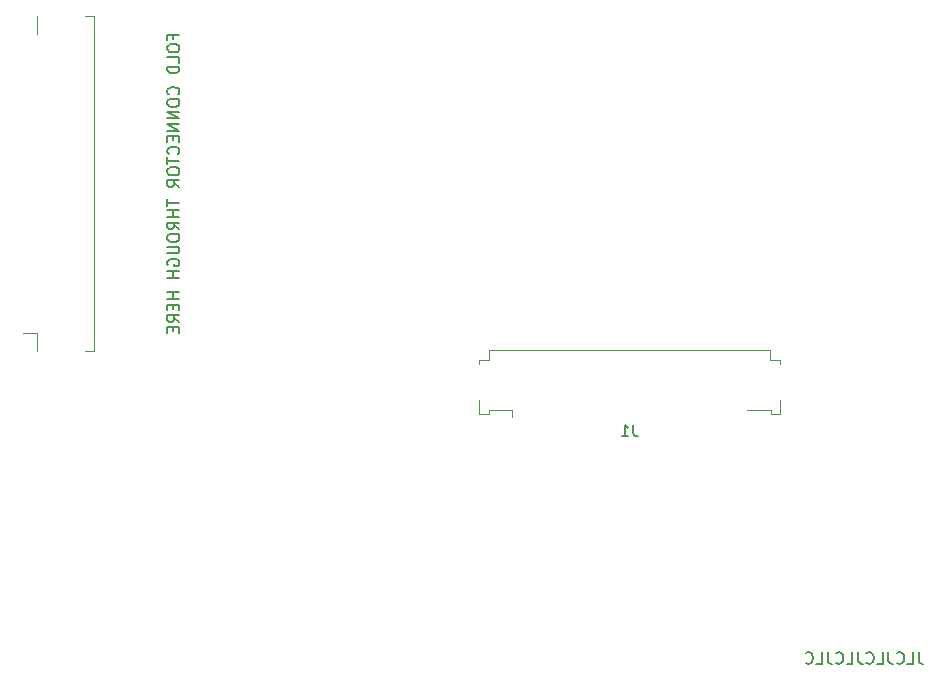
<source format=gbr>
%TF.GenerationSoftware,KiCad,Pcbnew,5.1.9*%
%TF.CreationDate,2021-03-30T15:22:33+02:00*%
%TF.ProjectId,OTTO-Beta-Aux,4f54544f-2d42-4657-9461-2d4175782e6b,rev?*%
%TF.SameCoordinates,Original*%
%TF.FileFunction,Legend,Bot*%
%TF.FilePolarity,Positive*%
%FSLAX46Y46*%
G04 Gerber Fmt 4.6, Leading zero omitted, Abs format (unit mm)*
G04 Created by KiCad (PCBNEW 5.1.9) date 2021-03-30 15:22:33*
%MOMM*%
%LPD*%
G01*
G04 APERTURE LIST*
%ADD10C,0.150000*%
%ADD11C,0.120000*%
G04 APERTURE END LIST*
D10*
X219819047Y-79552380D02*
X219819047Y-80266666D01*
X219866666Y-80409523D01*
X219961904Y-80504761D01*
X220104761Y-80552380D01*
X220200000Y-80552380D01*
X218866666Y-80552380D02*
X219342857Y-80552380D01*
X219342857Y-79552380D01*
X217961904Y-80457142D02*
X218009523Y-80504761D01*
X218152380Y-80552380D01*
X218247619Y-80552380D01*
X218390476Y-80504761D01*
X218485714Y-80409523D01*
X218533333Y-80314285D01*
X218580952Y-80123809D01*
X218580952Y-79980952D01*
X218533333Y-79790476D01*
X218485714Y-79695238D01*
X218390476Y-79600000D01*
X218247619Y-79552380D01*
X218152380Y-79552380D01*
X218009523Y-79600000D01*
X217961904Y-79647619D01*
X217247619Y-79552380D02*
X217247619Y-80266666D01*
X217295238Y-80409523D01*
X217390476Y-80504761D01*
X217533333Y-80552380D01*
X217628571Y-80552380D01*
X216295238Y-80552380D02*
X216771428Y-80552380D01*
X216771428Y-79552380D01*
X215390476Y-80457142D02*
X215438095Y-80504761D01*
X215580952Y-80552380D01*
X215676190Y-80552380D01*
X215819047Y-80504761D01*
X215914285Y-80409523D01*
X215961904Y-80314285D01*
X216009523Y-80123809D01*
X216009523Y-79980952D01*
X215961904Y-79790476D01*
X215914285Y-79695238D01*
X215819047Y-79600000D01*
X215676190Y-79552380D01*
X215580952Y-79552380D01*
X215438095Y-79600000D01*
X215390476Y-79647619D01*
X214676190Y-79552380D02*
X214676190Y-80266666D01*
X214723809Y-80409523D01*
X214819047Y-80504761D01*
X214961904Y-80552380D01*
X215057142Y-80552380D01*
X213723809Y-80552380D02*
X214200000Y-80552380D01*
X214200000Y-79552380D01*
X212819047Y-80457142D02*
X212866666Y-80504761D01*
X213009523Y-80552380D01*
X213104761Y-80552380D01*
X213247619Y-80504761D01*
X213342857Y-80409523D01*
X213390476Y-80314285D01*
X213438095Y-80123809D01*
X213438095Y-79980952D01*
X213390476Y-79790476D01*
X213342857Y-79695238D01*
X213247619Y-79600000D01*
X213104761Y-79552380D01*
X213009523Y-79552380D01*
X212866666Y-79600000D01*
X212819047Y-79647619D01*
X212104761Y-79552380D02*
X212104761Y-80266666D01*
X212152380Y-80409523D01*
X212247619Y-80504761D01*
X212390476Y-80552380D01*
X212485714Y-80552380D01*
X211152380Y-80552380D02*
X211628571Y-80552380D01*
X211628571Y-79552380D01*
X210247619Y-80457142D02*
X210295238Y-80504761D01*
X210438095Y-80552380D01*
X210533333Y-80552380D01*
X210676190Y-80504761D01*
X210771428Y-80409523D01*
X210819047Y-80314285D01*
X210866666Y-80123809D01*
X210866666Y-79980952D01*
X210819047Y-79790476D01*
X210771428Y-79695238D01*
X210676190Y-79600000D01*
X210533333Y-79552380D01*
X210438095Y-79552380D01*
X210295238Y-79600000D01*
X210247619Y-79647619D01*
D11*
X207271800Y-59056200D02*
X205291800Y-59056200D01*
X207271800Y-59406200D02*
X207271800Y-59056200D01*
X208041800Y-59406200D02*
X207271800Y-59406200D01*
X208041800Y-58210800D02*
X208041800Y-59406200D01*
X208041800Y-54829800D02*
X208041800Y-55129800D01*
X207241800Y-54829800D02*
X208041800Y-54829800D01*
X207241800Y-53936200D02*
X207241800Y-54829800D01*
X183421800Y-53936200D02*
X207241800Y-53936200D01*
X183421800Y-54829800D02*
X183421800Y-53936200D01*
X182621800Y-54829800D02*
X183421800Y-54829800D01*
X182621800Y-55129800D02*
X182621800Y-54829800D01*
X182621800Y-59406200D02*
X182621800Y-58210800D01*
X183391800Y-59406200D02*
X182621800Y-59406200D01*
X183391800Y-59056200D02*
X183391800Y-59406200D01*
X185371800Y-59056200D02*
X183391800Y-59056200D01*
X185371800Y-59646200D02*
X185371800Y-59056200D01*
X145201041Y-52535000D02*
X144001041Y-52535000D01*
X150001041Y-25725000D02*
X149261041Y-25725000D01*
X150001041Y-54025000D02*
X150001041Y-25725000D01*
X149261041Y-54025000D02*
X150001041Y-54025000D01*
X145201041Y-27215000D02*
X145201041Y-25725000D01*
X145201041Y-52535000D02*
X145201041Y-54025000D01*
D10*
X195665133Y-60298580D02*
X195665133Y-61012866D01*
X195712752Y-61155723D01*
X195807990Y-61250961D01*
X195950847Y-61298580D01*
X196046085Y-61298580D01*
X194665133Y-61298580D02*
X195236561Y-61298580D01*
X194950847Y-61298580D02*
X194950847Y-60298580D01*
X195046085Y-60441438D01*
X195141323Y-60536676D01*
X195236561Y-60584295D01*
X156679612Y-27613095D02*
X156679612Y-27279761D01*
X157203421Y-27279761D02*
X156203421Y-27279761D01*
X156203421Y-27755952D01*
X156203421Y-28327380D02*
X156203421Y-28517857D01*
X156251041Y-28613095D01*
X156346279Y-28708333D01*
X156536755Y-28755952D01*
X156870088Y-28755952D01*
X157060564Y-28708333D01*
X157155802Y-28613095D01*
X157203421Y-28517857D01*
X157203421Y-28327380D01*
X157155802Y-28232142D01*
X157060564Y-28136904D01*
X156870088Y-28089285D01*
X156536755Y-28089285D01*
X156346279Y-28136904D01*
X156251041Y-28232142D01*
X156203421Y-28327380D01*
X157203421Y-29660714D02*
X157203421Y-29184523D01*
X156203421Y-29184523D01*
X157203421Y-29994047D02*
X156203421Y-29994047D01*
X156203421Y-30232142D01*
X156251041Y-30375000D01*
X156346279Y-30470238D01*
X156441517Y-30517857D01*
X156631993Y-30565476D01*
X156774850Y-30565476D01*
X156965326Y-30517857D01*
X157060564Y-30470238D01*
X157155802Y-30375000D01*
X157203421Y-30232142D01*
X157203421Y-29994047D01*
X157108183Y-32327380D02*
X157155802Y-32279761D01*
X157203421Y-32136904D01*
X157203421Y-32041666D01*
X157155802Y-31898809D01*
X157060564Y-31803571D01*
X156965326Y-31755952D01*
X156774850Y-31708333D01*
X156631993Y-31708333D01*
X156441517Y-31755952D01*
X156346279Y-31803571D01*
X156251041Y-31898809D01*
X156203421Y-32041666D01*
X156203421Y-32136904D01*
X156251041Y-32279761D01*
X156298660Y-32327380D01*
X156203421Y-32946428D02*
X156203421Y-33136904D01*
X156251041Y-33232142D01*
X156346279Y-33327380D01*
X156536755Y-33375000D01*
X156870088Y-33375000D01*
X157060564Y-33327380D01*
X157155802Y-33232142D01*
X157203421Y-33136904D01*
X157203421Y-32946428D01*
X157155802Y-32851190D01*
X157060564Y-32755952D01*
X156870088Y-32708333D01*
X156536755Y-32708333D01*
X156346279Y-32755952D01*
X156251041Y-32851190D01*
X156203421Y-32946428D01*
X157203421Y-33803571D02*
X156203421Y-33803571D01*
X157203421Y-34375000D01*
X156203421Y-34375000D01*
X157203421Y-34851190D02*
X156203421Y-34851190D01*
X157203421Y-35422619D01*
X156203421Y-35422619D01*
X156679612Y-35898809D02*
X156679612Y-36232142D01*
X157203421Y-36375000D02*
X157203421Y-35898809D01*
X156203421Y-35898809D01*
X156203421Y-36375000D01*
X157108183Y-37375000D02*
X157155802Y-37327380D01*
X157203421Y-37184523D01*
X157203421Y-37089285D01*
X157155802Y-36946428D01*
X157060564Y-36851190D01*
X156965326Y-36803571D01*
X156774850Y-36755952D01*
X156631993Y-36755952D01*
X156441517Y-36803571D01*
X156346279Y-36851190D01*
X156251041Y-36946428D01*
X156203421Y-37089285D01*
X156203421Y-37184523D01*
X156251041Y-37327380D01*
X156298660Y-37375000D01*
X156203421Y-37660714D02*
X156203421Y-38232142D01*
X157203421Y-37946428D02*
X156203421Y-37946428D01*
X156203421Y-38755952D02*
X156203421Y-38946428D01*
X156251041Y-39041666D01*
X156346279Y-39136904D01*
X156536755Y-39184523D01*
X156870088Y-39184523D01*
X157060564Y-39136904D01*
X157155802Y-39041666D01*
X157203421Y-38946428D01*
X157203421Y-38755952D01*
X157155802Y-38660714D01*
X157060564Y-38565476D01*
X156870088Y-38517857D01*
X156536755Y-38517857D01*
X156346279Y-38565476D01*
X156251041Y-38660714D01*
X156203421Y-38755952D01*
X157203421Y-40184523D02*
X156727231Y-39851190D01*
X157203421Y-39613095D02*
X156203421Y-39613095D01*
X156203421Y-39994047D01*
X156251041Y-40089285D01*
X156298660Y-40136904D01*
X156393898Y-40184523D01*
X156536755Y-40184523D01*
X156631993Y-40136904D01*
X156679612Y-40089285D01*
X156727231Y-39994047D01*
X156727231Y-39613095D01*
X156203421Y-41232142D02*
X156203421Y-41803571D01*
X157203421Y-41517857D02*
X156203421Y-41517857D01*
X157203421Y-42136904D02*
X156203421Y-42136904D01*
X156679612Y-42136904D02*
X156679612Y-42708333D01*
X157203421Y-42708333D02*
X156203421Y-42708333D01*
X157203421Y-43755952D02*
X156727231Y-43422619D01*
X157203421Y-43184523D02*
X156203421Y-43184523D01*
X156203421Y-43565476D01*
X156251041Y-43660714D01*
X156298660Y-43708333D01*
X156393898Y-43755952D01*
X156536755Y-43755952D01*
X156631993Y-43708333D01*
X156679612Y-43660714D01*
X156727231Y-43565476D01*
X156727231Y-43184523D01*
X156203421Y-44375000D02*
X156203421Y-44565476D01*
X156251041Y-44660714D01*
X156346279Y-44755952D01*
X156536755Y-44803571D01*
X156870088Y-44803571D01*
X157060564Y-44755952D01*
X157155802Y-44660714D01*
X157203421Y-44565476D01*
X157203421Y-44375000D01*
X157155802Y-44279761D01*
X157060564Y-44184523D01*
X156870088Y-44136904D01*
X156536755Y-44136904D01*
X156346279Y-44184523D01*
X156251041Y-44279761D01*
X156203421Y-44375000D01*
X156203421Y-45232142D02*
X157012945Y-45232142D01*
X157108183Y-45279761D01*
X157155802Y-45327380D01*
X157203421Y-45422619D01*
X157203421Y-45613095D01*
X157155802Y-45708333D01*
X157108183Y-45755952D01*
X157012945Y-45803571D01*
X156203421Y-45803571D01*
X156251041Y-46803571D02*
X156203421Y-46708333D01*
X156203421Y-46565476D01*
X156251041Y-46422619D01*
X156346279Y-46327380D01*
X156441517Y-46279761D01*
X156631993Y-46232142D01*
X156774850Y-46232142D01*
X156965326Y-46279761D01*
X157060564Y-46327380D01*
X157155802Y-46422619D01*
X157203421Y-46565476D01*
X157203421Y-46660714D01*
X157155802Y-46803571D01*
X157108183Y-46851190D01*
X156774850Y-46851190D01*
X156774850Y-46660714D01*
X157203421Y-47279761D02*
X156203421Y-47279761D01*
X156679612Y-47279761D02*
X156679612Y-47851190D01*
X157203421Y-47851190D02*
X156203421Y-47851190D01*
X157203421Y-49089285D02*
X156203421Y-49089285D01*
X156679612Y-49089285D02*
X156679612Y-49660714D01*
X157203421Y-49660714D02*
X156203421Y-49660714D01*
X156679612Y-50136904D02*
X156679612Y-50470238D01*
X157203421Y-50613095D02*
X157203421Y-50136904D01*
X156203421Y-50136904D01*
X156203421Y-50613095D01*
X157203421Y-51613095D02*
X156727231Y-51279761D01*
X157203421Y-51041666D02*
X156203421Y-51041666D01*
X156203421Y-51422619D01*
X156251041Y-51517857D01*
X156298660Y-51565476D01*
X156393898Y-51613095D01*
X156536755Y-51613095D01*
X156631993Y-51565476D01*
X156679612Y-51517857D01*
X156727231Y-51422619D01*
X156727231Y-51041666D01*
X156679612Y-52041666D02*
X156679612Y-52375000D01*
X157203421Y-52517857D02*
X157203421Y-52041666D01*
X156203421Y-52041666D01*
X156203421Y-52517857D01*
M02*

</source>
